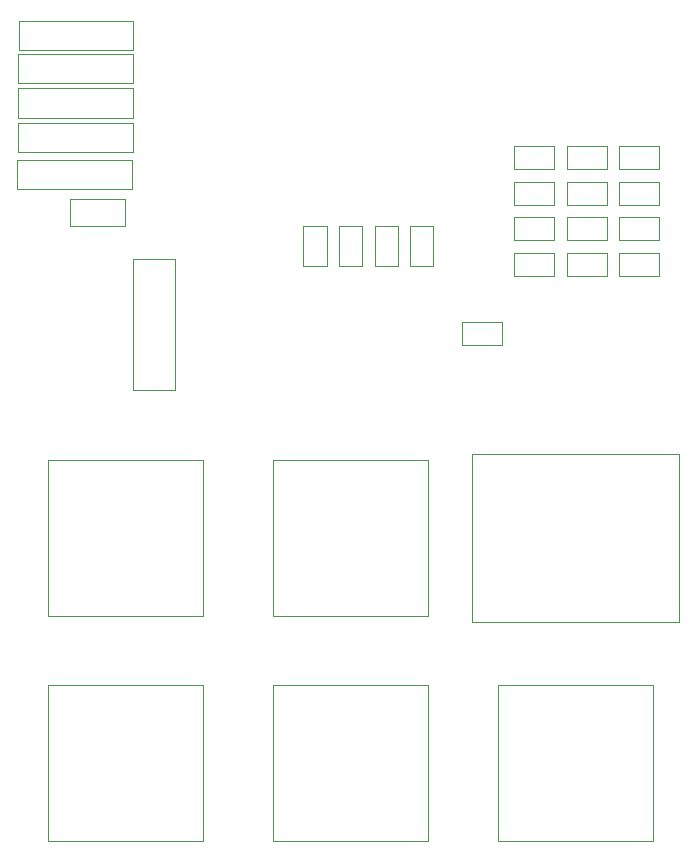
<source format=gbr>
%TF.GenerationSoftware,KiCad,Pcbnew,9.0.7*%
%TF.CreationDate,2026-01-30T21:13:48-06:00*%
%TF.ProjectId,HACK PAD!,4841434b-2050-4414-9421-2e6b69636164,rev?*%
%TF.SameCoordinates,Original*%
%TF.FileFunction,Other,User*%
%FSLAX46Y46*%
G04 Gerber Fmt 4.6, Leading zero omitted, Abs format (unit mm)*
G04 Created by KiCad (PCBNEW 9.0.7) date 2026-01-30 21:13:48*
%MOMM*%
%LPD*%
G01*
G04 APERTURE LIST*
%ADD10C,0.050000*%
G04 APERTURE END LIST*
%TO.C,C7*%
D10*
X75450000Y-49026200D02*
X78850000Y-49026200D01*
X78850000Y-50986200D01*
X75450000Y-50986200D01*
X75450000Y-49026200D01*
%TO.C,C5*%
X75450000Y-43006200D02*
X78850000Y-43006200D01*
X78850000Y-44966200D01*
X75450000Y-44966200D01*
X75450000Y-43006200D01*
%TO.C,C6*%
X75450000Y-46016200D02*
X78850000Y-46016200D01*
X78850000Y-47976200D01*
X75450000Y-47976200D01*
X75450000Y-46016200D01*
%TO.C,C11*%
X79900000Y-49026200D02*
X83300000Y-49026200D01*
X83300000Y-50986200D01*
X79900000Y-50986200D01*
X79900000Y-49026200D01*
%TO.C,RE1*%
X67450000Y-69100000D02*
X67450000Y-83300000D01*
X67450000Y-69100000D02*
X84950000Y-69100000D01*
X84950000Y-83300000D02*
X67450000Y-83300000D01*
X84950000Y-83300000D02*
X84950000Y-69100000D01*
%TO.C,C1*%
X71000000Y-43006200D02*
X74400000Y-43006200D01*
X74400000Y-44966200D01*
X71000000Y-44966200D01*
X71000000Y-43006200D01*
%TO.C,D17*%
X33368800Y-47443700D02*
X33368800Y-49743700D01*
X33368800Y-47443700D02*
X38068800Y-47443700D01*
X38068800Y-47443700D02*
X38068800Y-49743700D01*
X38068800Y-49743700D02*
X33368800Y-49743700D01*
%TO.C,R1*%
X66587500Y-57930000D02*
X69947500Y-57930000D01*
X69947500Y-59830000D01*
X66587500Y-59830000D01*
X66587500Y-57930000D01*
%TO.C,SW2*%
X50550000Y-69600000D02*
X63750000Y-69600000D01*
X50550000Y-82800000D02*
X50550000Y-69600000D01*
X63750000Y-69600000D02*
X63750000Y-82800000D01*
X63750000Y-82800000D02*
X50550000Y-82800000D01*
%TO.C,SW3*%
X31500000Y-88650000D02*
X44700000Y-88650000D01*
X31500000Y-101850000D02*
X31500000Y-88650000D01*
X44700000Y-88650000D02*
X44700000Y-101850000D01*
X44700000Y-101850000D02*
X31500000Y-101850000D01*
%TO.C,C8*%
X75450000Y-52036200D02*
X78850000Y-52036200D01*
X78850000Y-53996200D01*
X75450000Y-53996200D01*
X75450000Y-52036200D01*
%TO.C,C16*%
X62190000Y-53137500D02*
X64150000Y-53137500D01*
X64150000Y-49737500D01*
X62190000Y-49737500D01*
X62190000Y-53137500D01*
%TO.C,C4*%
X71000000Y-52036200D02*
X74400000Y-52036200D01*
X74400000Y-53996200D01*
X71000000Y-53996200D01*
X71000000Y-52036200D01*
%TO.C,C10*%
X79900000Y-46016200D02*
X83300000Y-46016200D01*
X83300000Y-47976200D01*
X79900000Y-47976200D01*
X79900000Y-46016200D01*
%TO.C,C15*%
X59180000Y-53137500D02*
X61140000Y-53137500D01*
X61140000Y-49737500D01*
X59180000Y-49737500D01*
X59180000Y-53137500D01*
%TO.C,SW5*%
X69600000Y-88650000D02*
X82800000Y-88650000D01*
X69600000Y-101850000D02*
X69600000Y-88650000D01*
X82800000Y-88650000D02*
X82800000Y-101850000D01*
X82800000Y-101850000D02*
X69600000Y-101850000D01*
%TO.C,SW4*%
X50550000Y-88650000D02*
X63750000Y-88650000D01*
X50550000Y-101850000D02*
X50550000Y-88650000D01*
X63750000Y-88650000D02*
X63750000Y-101850000D01*
X63750000Y-101850000D02*
X50550000Y-101850000D01*
%TO.C,C9*%
X79900000Y-43006200D02*
X83300000Y-43006200D01*
X83300000Y-44966200D01*
X79900000Y-44966200D01*
X79900000Y-43006200D01*
%TO.C,C3*%
X71000000Y-49026200D02*
X74400000Y-49026200D01*
X74400000Y-50986200D01*
X71000000Y-50986200D01*
X71000000Y-49026200D01*
%TO.C,SWw1*%
X31500000Y-69600000D02*
X44700000Y-69600000D01*
X31500000Y-82800000D02*
X31500000Y-69600000D01*
X44700000Y-69600000D02*
X44700000Y-82800000D01*
X44700000Y-82800000D02*
X31500000Y-82800000D01*
%TO.C,C12*%
X79900000Y-52036200D02*
X83300000Y-52036200D01*
X83300000Y-53996200D01*
X79900000Y-53996200D01*
X79900000Y-52036200D01*
%TO.C,D3*%
X29020000Y-38100000D02*
X38740000Y-38100000D01*
X38740000Y-40600000D01*
X29020000Y-40600000D01*
X29020000Y-38100000D01*
%TO.C,D4*%
X29000000Y-41040000D02*
X38720000Y-41040000D01*
X38720000Y-43540000D01*
X29000000Y-43540000D01*
X29000000Y-41040000D01*
%TO.C,U2*%
X38711300Y-52522500D02*
X42251300Y-52522500D01*
X42251300Y-63682500D01*
X38711300Y-63682500D01*
X38711300Y-52522500D01*
%TO.C,D5*%
X28900000Y-44160000D02*
X38620000Y-44160000D01*
X38620000Y-46660000D01*
X28900000Y-46660000D01*
X28900000Y-44160000D01*
%TO.C,D2*%
X29020000Y-35190000D02*
X38740000Y-35190000D01*
X38740000Y-37690000D01*
X29020000Y-37690000D01*
X29020000Y-35190000D01*
%TO.C,C14*%
X56170000Y-53137500D02*
X58130000Y-53137500D01*
X58130000Y-49737500D01*
X56170000Y-49737500D01*
X56170000Y-53137500D01*
%TO.C,D1*%
X29050000Y-32380000D02*
X38770000Y-32380000D01*
X38770000Y-34880000D01*
X29050000Y-34880000D01*
X29050000Y-32380000D01*
%TO.C,C2*%
X71000000Y-46016200D02*
X74400000Y-46016200D01*
X74400000Y-47976200D01*
X71000000Y-47976200D01*
X71000000Y-46016200D01*
%TO.C,C13*%
X53160000Y-53137500D02*
X55120000Y-53137500D01*
X55120000Y-49737500D01*
X53160000Y-49737500D01*
X53160000Y-53137500D01*
%TD*%
M02*

</source>
